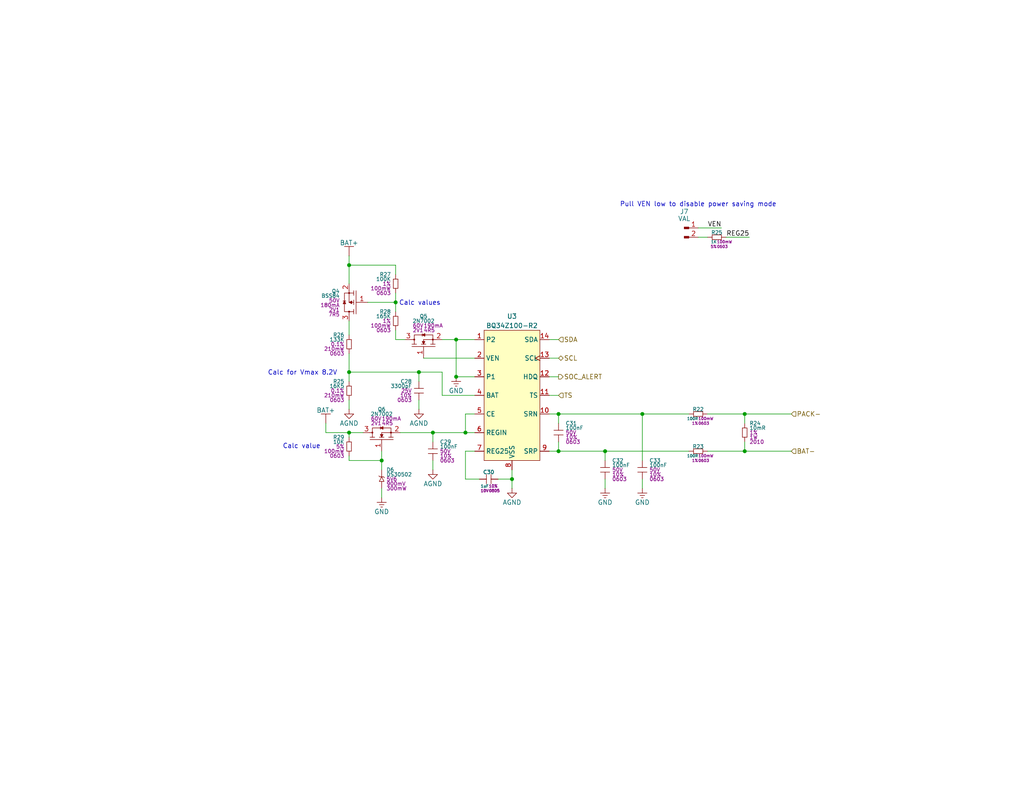
<source format=kicad_sch>
(kicad_sch (version 20231120) (generator "eeschema") (generator_version "8.0")
  (paper "USLetter")
  (title_block (title "LiFePO4 State of Charge") (date "2024-10-13") (rev "01") (comment 2 "PROTOTYPE") (comment 3 "2024"))
  (lib_symbols
    (symbol "C_2" (pin_numbers hide) (pin_names hide)
      (property "Reference" "C?" (at 1.905 2.54 0))
      (property "Value" "CAP" (at 1.905 1.27 0))
      (property "Tolerance" "TOL" (at 1.905 -1.27 0))
      (property "Voltage Rating" "VOLTAGE" (at 1.905 0 0))
      (property "Package" "PKG" (at 1.905 -2.54 0))
      (symbol "C_2_0_1"
        (polyline (pts (xy -1.27 -0.635) (xy 1.27 -0.635)))
        (polyline (pts (xy -1.27 0.635) (xy 1.27 0.635)))
      )
      (symbol "C_2_1_1"
        (pin passive line (at 0 2.54 270) (length 1.905) (name "") (number "1"))
        (pin passive line (at 0 -2.54 90) (length 1.905) (name "") (number "2"))
      )
    )
    (symbol "DS-Connectors:Conn_01x02_Pin" (pin_names hide)
      (property "Reference" "J?" (at 0 5.715 0))
      (property "Value" "VAL" (at 0 3.81 0))
      (symbol "Conn_01x02_Pin_1_0"
        (pin passive line (at 3.81 1.27 180) (length 2.54) (name "") (number "1"))
        (pin passive line (at 3.81 -1.27 180) (length 2.54) (name "") (number "2"))
      )
      (symbol "Conn_01x02_Pin_1_1"
        (rectangle (start 0 -1.016) (end 1.27 -1.524) (fill (type outline)))
        (rectangle (start 0 1.524) (end 1.27 1.016) (fill (type outline)))
      )
    )
    (symbol "DS-Passives:C_horizontal"
      (property "Reference" "C?" (at 0 1.905 0))
      (property "Value" "CAP" (at 0 -1.905 0))
      (property "Tolerace" "TOL" (at 0 -1.905 0))
      (property "Voltage Rating" "VOLT" (at 0 -3.175 0))
      (property "Package" "PKG" (at 0 -3.175 0))
      (symbol "C_horizontal_0_1"
        (polyline (pts (xy -0.635 -1.27) (xy -0.635 1.27)))
        (polyline (pts (xy 0.635 -1.27) (xy 0.635 1.27)))
      )
      (symbol "C_horizontal_1_1"
        (pin passive line (at -2.54 0 0) (length 1.905) (name "") (number "1"))
        (pin passive line (at 2.54 0 180) (length 1.905) (name "") (number "2"))
      )
    )
    (symbol "DS-Passives:D_Zener" (pin_numbers hide)
      (property "Reference" "D" (at 1.27 2.54 0))
      (property "Value" "VAL" (at 1.27 1.27 0))
      (property "Zener Voltage" "VZ" (at 1.27 0 0))
      (property "Forward Voltage" "FVOLT" (at 1.27 -1.27 0))
      (property "Power Rating" "PWR" (at 1.27 -2.54 0))
      (symbol "D_Zener_0_1"
        (polyline (pts (xy 0 0.635) (xy -0.508 0.635) (xy -0.762 0.889)))
        (polyline (pts (xy 0 0.635) (xy 0.508 0.635) (xy 0.762 0.381)))
      )
      (symbol "D_Zener_1_0"
        (pin passive line (at 0 -2.54 90) (length 1.905) (name "") (number "1"))
        (pin passive line (at 0 2.54 270) (length 1.905) (name "") (number "2"))
      )
      (symbol "D_Zener_1_1"
        (polyline (pts (xy -0.635 -0.635) (xy 0.635 -0.635) (xy 0 0.635) (xy -0.635 -0.635)) (stroke (width 0.1524)))
      )
    )
    (symbol "DS-Passives:R"
      (property "Reference" "R?" (at 1.27 2.54 0))
      (property "Value" "VAL" (at 1.27 1.27 0))
      (property "Tolerance" "TOL" (at 1.27 0 0))
      (property "Power Rating" "PWR" (at 1.27 -1.27 0))
      (property "Package" "PKG" (at 1.27 -2.54 0))
      (symbol "R_0_1"
        (polyline (pts (xy -0.635 1.27) (xy -0.635 -1.27) (xy 0.635 -1.27) (xy 0.635 1.27) (xy -0.635 1.27)))
      )
      (symbol "R_1_1"
        (pin passive line (at 0 2.54 270) (length 1.27) (name "") (number "1"))
        (pin passive line (at 0 -2.54 90) (length 1.27) (name "") (number "2"))
      )
    )
    (symbol "DS-Passives:R_horizontal"
      (property "Reference" "R?" (at 0 1.27 0))
      (property "Value" "VAL" (at 0 -1.27 0))
      (property "Tolerance" "TOL" (at 0 -2.54 0))
      (property "Power Rating" "PWR" (at 0 -1.27 0))
      (property "Package" "PKG" (at 0 -2.54 0))
      (symbol "R_horizontal_0_1"
        (polyline (pts (xy -1.27 -0.635) (xy 1.27 -0.635) (xy 1.27 0.635) (xy -1.27 0.635) (xy -1.27 -0.635)))
      )
      (symbol "R_horizontal_1_1"
        (pin passive line (at -2.54 0 0) (length 1.27) (name "") (number "1"))
        (pin passive line (at 2.54 0 180) (length 1.27) (name "") (number "2"))
      )
    )
    (symbol "DS-Power:AGND" (power) (pin_numbers hide) (pin_names (offset 0) hide)
      (property "Value" "AGND" (at 0 -3.81 0))
      (symbol "AGND_0_1"
        (polyline (pts (xy 0 0) (xy 0 -1.27) (xy 1.27 -1.27) (xy 0 -2.54) (xy -1.27 -1.27) (xy 0 -1.27)))
      )
      (symbol "AGND_1_1"
        (pin power_in line (at 0 0 270) (length 0) (name "~") (number "1"))
      )
    )
    (symbol "DS-Power:BAT+" (power) (pin_numbers hide) (pin_names (offset 0) hide)
      (property "Value" "BAT+" (at 0 3.556 0))
      (symbol "BAT+_0_1"
        (polyline (pts (xy -1.27 2.54) (xy 0 2.54)))
        (polyline (pts (xy 0 0) (xy 0 2.54)))
        (polyline (pts (xy 0 2.54) (xy 1.27 2.54)))
      )
      (symbol "BAT+_1_1"
        (pin power_in line (at 0 0 90) (length 0) (name "~") (number "1"))
      )
    )
    (symbol "DS-Power:GND" (power) (pin_numbers hide) (pin_names (offset 0) hide)
      (property "Value" "GND" (at 0 -3.81 0))
      (symbol "GND_0_1"
        (polyline (pts (xy -1.27 -1.27) (xy -1.27 -1.27)))
        (polyline (pts (xy -0.635 -1.905) (xy 0.635 -1.905)))
        (polyline (pts (xy -0.254 -2.54) (xy -0.254 -2.54)))
        (polyline (pts (xy -0.254 -2.54) (xy 0.254 -2.54)))
        (polyline (pts (xy 0 0) (xy 0 -1.27)))
        (polyline (pts (xy 1.27 -1.27) (xy -1.27 -1.27)))
      )
      (symbol "GND_1_1"
        (pin power_in line (at 0 0 270) (length 0) (name "~") (number "1"))
      )
    )
    (symbol "DS-Transistors:NMOS_GSD" (pin_names hide)
      (property "Reference" "Q" (at 0 6.35 0))
      (property "Value" "VAL" (at 0 5.08 0))
      (property "VDSS" "VDSS" (at 0 3.81 0))
      (property "VGSTH" "VGSTH" (at 0 2.54 0))
      (property "ID" "ID" (at 0 3.81 0))
      (property "RDSON" "RDSON" (at 0 2.54 0))
      (symbol "NMOS_GSD_0_1"
        (polyline (pts (xy -3.175 -1.27) (xy -1.905 -1.27)))
        (polyline (pts (xy -0.635 -1.27) (xy 0.635 -1.27)))
        (polyline (pts (xy 0 0) (xy 0 -0.508)))
        (polyline (pts (xy 1.905 -1.27) (xy 3.175 -1.27)))
        (polyline (pts (xy -2.54 -1.27) (xy -2.54 0) (xy -3.175 0)))
        (polyline (pts (xy 2.54 -1.27) (xy 2.54 0) (xy 3.175 0)))
      )
      (symbol "NMOS_GSD_1_0"
        (pin passive line (at 0 -5.08 90) (length 3.175) (name "") (number "1"))
        (pin passive line (at 5.08 0 180) (length 1.905) (name "") (number "2"))
        (pin passive line (at -5.08 0 0) (length 1.905) (name "") (number "3"))
      )
      (symbol "NMOS_GSD_1_1"
        (circle (center -2.54 0) (radius 0.1796) (fill (type outline)))
        (polyline (pts (xy -3.175 -1.905) (xy 3.175 -1.905)))
        (polyline (pts (xy -0.381 1.651) (xy -0.381 0.889)))
        (polyline (pts (xy 0 0) (xy 2.54 0)))
        (polyline (pts (xy -2.54 0) (xy -2.54 1.27) (xy -0.381 1.27)))
        (polyline (pts (xy 0.381 1.27) (xy 2.54 1.27) (xy 2.54 0)))
        (polyline (pts (xy -0.381 1.27) (xy 0.381 0.889) (xy 0.381 1.651) (xy -0.381 1.27)) (fill (type outline)))
        (polyline (pts (xy 0 -1.27) (xy 0.381 -0.508) (xy -0.381 -0.508) (xy 0 -1.27)) (fill (type outline)))
        (circle (center 2.54 0) (radius 0.1796) (fill (type outline)))
      )
    )
    (symbol "DS-Transistors:PMOS_GSD"
      (property "Reference" "Q?" (at 0 6.35 0))
      (property "Value" "VAL" (at 0 5.08 0))
      (property "VDSS" "VDSS" (at 0 3.81 0))
      (property "VGSTH" "VGSTH" (at 0 2.54 0))
      (property "ID" "ID" (at 0 3.81 0))
      (property "RDSON" "RDSON" (at 0 2.54 0))
      (symbol "PMOS_GSD_0_1"
        (polyline (pts (xy -3.175 -1.27) (xy -1.905 -1.27)))
        (polyline (pts (xy -0.635 -1.27) (xy 0.635 -1.27)))
        (polyline (pts (xy 0 -0.635) (xy 0 -1.27)))
        (polyline (pts (xy 1.905 -1.27) (xy 3.175 -1.27)))
        (polyline (pts (xy -2.54 -1.27) (xy -2.54 0) (xy -3.175 0)))
        (polyline (pts (xy 2.54 -1.27) (xy 2.54 0) (xy 3.175 0)))
      )
      (symbol "PMOS_GSD_1_0"
        (pin passive line (at 0 -5.08 90) (length 3.175) (name "") (number "1"))
        (pin passive line (at 5.08 0 180) (length 1.905) (name "") (number "2"))
        (pin passive line (at -5.08 0 0) (length 1.905) (name "") (number "3"))
      )
      (symbol "PMOS_GSD_1_1"
        (circle (center -2.54 0) (radius 0.1796) (fill (type outline)))
        (polyline (pts (xy -3.175 -1.905) (xy 3.175 -1.905)))
        (polyline (pts (xy 0 0) (xy 2.54 0)))
        (polyline (pts (xy 0.381 1.651) (xy 0.381 0.889)))
        (polyline (pts (xy -2.54 0) (xy -2.54 1.27) (xy -0.381 1.27)))
        (polyline (pts (xy 0.381 1.27) (xy 2.54 1.27) (xy 2.54 0)))
        (polyline (pts (xy 0 0) (xy -0.381 -0.762) (xy 0.381 -0.762) (xy 0 0)) (fill (type outline)))
        (polyline (pts (xy 0.381 1.27) (xy -0.381 1.651) (xy -0.381 0.889) (xy 0.381 1.27)) (fill (type outline)))
        (circle (center 2.54 0) (radius 0.1796) (fill (type outline)))
      )
    )
    (symbol "DSE-PMIC:BQ34Z100-R2"
      (property "Reference" "U" (at 0 21.59 0))
      (property "Value" "BQ34Z100-R2" (at 0 19.05 0))
      (symbol "BQ34Z100-R2_0_0"
        (pin output line (at -10.16 15.24 0) (length 2.54) (name "P2") (number "1"))
        (pin input line (at 10.16 -5.08 180) (length 2.54) (name "SRN") (number "10"))
        (pin output line (at -10.16 10.16 0) (length 2.54) (name "VEN") (number "2"))
        (pin output line (at -10.16 5.08 0) (length 2.54) (name "P1") (number "3"))
        (pin input line (at -10.16 0 0) (length 2.54) (name "BAT") (number "4"))
        (pin input line (at -10.16 -5.08 0) (length 2.54) (name "CE") (number "5"))
        (pin power_in line (at -10.16 -10.16 0) (length 2.54) (name "REGIN") (number "6"))
        (pin power_out line (at -10.16 -15.24 0) (length 2.54) (name "REG25") (number "7"))
        (pin passive line (at 0 -20.32 90) (length 2.54) (name "VSS") (number "8"))
        (pin input line (at 10.16 -15.24 180) (length 2.54) (name "SRP") (number "9"))
      )
      (symbol "BQ34Z100-R2_1_0"
        (pin input line (at 10.16 0 180) (length 2.54) (name "TS") (number "11"))
        (pin bidirectional line (at 10.16 5.08 180) (length 2.54) (name "HDQ") (number "12"))
        (pin input clock (at 10.16 10.16 180) (length 2.54) (name "SCL") (number "13"))
        (pin bidirectional line (at 10.16 15.24 180) (length 2.54) (name "SDA") (number "14"))
      )
      (symbol "BQ34Z100-R2_1_1"
        (rectangle (start -7.62 17.78) (end 7.62 -17.78) (fill (type background)))
      )
    )
    (symbol "DSE-Passives:R"
      (property "Reference" "R?" (at 1.27 2.54 0))
      (property "Value" "VAL" (at 1.27 1.27 0))
      (property "Tolerance" "TOL" (at 1.27 0 0))
      (property "Power Rating" "PWR" (at 1.27 -1.27 0))
      (property "Package" "PKG" (at 1.27 -2.54 0))
      (symbol "R_0_1"
        (polyline (pts (xy -0.635 1.27) (xy -0.635 -1.27) (xy 0.635 -1.27) (xy 0.635 1.27) (xy -0.635 1.27)))
      )
      (symbol "R_1_1"
        (pin passive line (at 0 2.54 270) (length 1.27) (name "") (number "1"))
        (pin passive line (at 0 -2.54 90) (length 1.27) (name "") (number "2"))
      )
    )
  )
  (junction (at 127 118.11))
  (junction (at 124.46 92.71))
  (junction (at 124.46 102.87))
  (junction (at 203.2 123.19))
  (junction (at 107.95 82.55))
  (junction (at 95.25 101.6))
  (junction (at 152.4 123.19))
  (junction (at 139.7 130.81))
  (junction (at 165.1 123.19))
  (junction (at 95.25 118.11))
  (junction (at 95.25 72.39))
  (junction (at 104.14 125.73))
  (junction (at 118.11 118.11))
  (junction (at 152.4 113.03))
  (junction (at 114.3 101.6))
  (junction (at 203.2 113.03))
  (junction (at 175.26 113.03))
  (wire (pts (xy 107.95 80.01) (xy 107.95 82.55)))
  (wire (pts (xy 107.95 72.39) (xy 95.25 72.39)))
  (wire (pts (xy 124.46 92.71) (xy 124.46 102.87)))
  (wire (pts (xy 152.4 113.03) (xy 175.26 113.03)))
  (wire (pts (xy 127 118.11) (xy 129.54 118.11)))
  (wire (pts (xy 203.2 123.19) (xy 215.9 123.19)))
  (wire (pts (xy 129.54 97.79) (xy 115.57 97.79)))
  (wire (pts (xy 104.14 133.35) (xy 104.14 135.89)))
  (wire (pts (xy 120.65 107.95) (xy 120.65 101.6)))
  (wire (pts (xy 193.04 123.19) (xy 203.2 123.19)))
  (wire (pts (xy 95.25 124.46) (xy 95.25 125.73)))
  (wire (pts (xy 203.2 115.57) (xy 203.2 113.03)))
  (wire (pts (xy 95.25 118.11) (xy 95.25 119.38)))
  (wire (pts (xy 149.86 123.19) (xy 152.4 123.19)))
  (wire (pts (xy 114.3 101.6) (xy 120.65 101.6)))
  (wire (pts (xy 104.14 123.19) (xy 104.14 125.73)))
  (wire (pts (xy 175.26 113.03) (xy 175.26 125.73)))
  (wire (pts (xy 109.22 118.11) (xy 118.11 118.11)))
  (wire (pts (xy 198.12 64.77) (xy 204.47 64.77)))
  (wire (pts (xy 175.26 113.03) (xy 187.96 113.03)))
  (wire (pts (xy 104.14 125.73) (xy 104.14 128.27)))
  (wire (pts (xy 127 123.19) (xy 127 130.81)))
  (wire (pts (xy 95.25 109.22) (xy 95.25 111.76)))
  (wire (pts (xy 88.9 118.11) (xy 95.25 118.11)))
  (wire (pts (xy 149.86 107.95) (xy 152.4 107.95)))
  (wire (pts (xy 95.25 87.63) (xy 95.25 91.44)))
  (wire (pts (xy 95.25 72.39) (xy 95.25 77.47)))
  (wire (pts (xy 95.25 69.85) (xy 95.25 72.39)))
  (wire (pts (xy 152.4 123.19) (xy 165.1 123.19)))
  (wire (pts (xy 129.54 107.95) (xy 120.65 107.95)))
  (wire (pts (xy 149.86 102.87) (xy 152.4 102.87)))
  (wire (pts (xy 129.54 123.19) (xy 127 123.19)))
  (wire (pts (xy 152.4 115.57) (xy 152.4 113.03)))
  (wire (pts (xy 118.11 125.73) (xy 118.11 128.27)))
  (wire (pts (xy 100.33 82.55) (xy 107.95 82.55)))
  (wire (pts (xy 152.4 123.19) (xy 152.4 120.65)))
  (wire (pts (xy 118.11 118.11) (xy 118.11 120.65)))
  (wire (pts (xy 124.46 102.87) (xy 129.54 102.87)))
  (wire (pts (xy 165.1 123.19) (xy 165.1 125.73)))
  (wire (pts (xy 88.9 115.57) (xy 88.9 118.11)))
  (wire (pts (xy 107.95 74.93) (xy 107.95 72.39)))
  (wire (pts (xy 95.25 101.6) (xy 114.3 101.6)))
  (wire (pts (xy 118.11 118.11) (xy 127 118.11)))
  (wire (pts (xy 193.04 113.03) (xy 203.2 113.03)))
  (wire (pts (xy 203.2 123.19) (xy 203.2 120.65)))
  (wire (pts (xy 99.06 118.11) (xy 95.25 118.11)))
  (wire (pts (xy 95.25 96.52) (xy 95.25 101.6)))
  (wire (pts (xy 127 130.81) (xy 130.81 130.81)))
  (wire (pts (xy 135.89 130.81) (xy 139.7 130.81)))
  (wire (pts (xy 139.7 130.81) (xy 139.7 133.35)))
  (wire (pts (xy 129.54 113.03) (xy 127 113.03)))
  (wire (pts (xy 149.86 113.03) (xy 152.4 113.03)))
  (wire (pts (xy 203.2 113.03) (xy 215.9 113.03)))
  (wire (pts (xy 124.46 92.71) (xy 120.65 92.71)))
  (wire (pts (xy 149.86 92.71) (xy 152.4 92.71)))
  (wire (pts (xy 107.95 82.55) (xy 107.95 85.09)))
  (wire (pts (xy 127 113.03) (xy 127 118.11)))
  (wire (pts (xy 190.5 62.23) (xy 196.85 62.23)))
  (wire (pts (xy 175.26 133.35) (xy 175.26 130.81)))
  (wire (pts (xy 95.25 125.73) (xy 104.14 125.73)))
  (wire (pts (xy 107.95 90.17) (xy 107.95 92.71)))
  (wire (pts (xy 190.5 64.77) (xy 193.04 64.77)))
  (wire (pts (xy 165.1 123.19) (xy 187.96 123.19)))
  (wire (pts (xy 107.95 92.71) (xy 110.49 92.71)))
  (wire (pts (xy 149.86 97.79) (xy 152.4 97.79)))
  (wire (pts (xy 165.1 130.81) (xy 165.1 133.35)))
  (wire (pts (xy 114.3 101.6) (xy 114.3 104.14)))
  (wire (pts (xy 114.3 109.22) (xy 114.3 111.76)))
  (wire (pts (xy 139.7 128.27) (xy 139.7 130.81)))
  (wire (pts (xy 95.25 101.6) (xy 95.25 104.14)))
  (wire (pts (xy 129.54 92.71) (xy 124.46 92.71)))
  (text "Calc for Vmax 8.2V" (at 82.55 101.854 0) (effects (font (size 1.27 1.27))))
  (text "Calc values" (at 114.554 82.804 0) (effects (font (size 1.27 1.27))))
  (text "Calc value" (at 82.296 121.92 0) (effects (font (size 1.27 1.27))))
  (text "Pull VEN low to disable power saving mode" (at 190.5 55.88 0) (effects (font (size 1.27 1.27))))
  (label "REG25" (at 204.47 64.77 180))
  (label "VEN" (at 196.85 62.23 180))
  (hierarchical_label "SDA" (shape input) (at 152.4 92.71 0))
  (hierarchical_label "SOC_ALERT" (shape output) (at 152.4 102.87 0))
  (hierarchical_label "SCL" (shape bidirectional) (at 152.4 97.79 0))
  (hierarchical_label "PACK-" (shape input) (at 215.9 113.03 0))
  (hierarchical_label "TS" (shape input) (at 152.4 107.95 0))
  (hierarchical_label "BAT-" (shape input) (at 215.9 123.19 0))
  (symbol (lib_id "DSE-Passives:R") (at 203.2 118.11 0) (unit 1)
    (property "Reference" "R24" (at 204.47 115.57 0) (effects (font (size 1.016 1.016)) (justify left)))
    (property "Value" "10mR" (at 204.47 116.84 0) (effects (font (size 1.016 1.016)) (justify left)))
    (property "Footprint" "DS-Resistors-SMD:WSLHP2010" (effects (hide yes)))
    (property "Datasheet" "datasheets/Vishay-Dale-WSL-HP.pdf" (effects (hide yes)))
    (property "Description" "RES 0.01 OHM 1% 1W 2010" (effects (hide yes)))
    (property "Manufacturer" "Vishay Dale" (effects (hide yes)))
    (property "MPN" "WSL2010R0100FEA18" (effects (hide yes)))
    (property "DKPN" "WSLF-.01CT-ND" (effects (hide yes)))
    (property "Tolerance" "1%" (at 204.47 118.11 0) (effects (font (size 1.016 1.016)) (justify left)))
    (property "Power Rating" "1W" (at 204.47 119.38 0) (effects (font (size 1.016 1.016)) (justify left)))
    (property "Package" "2010" (at 204.47 120.65 0) (effects (font (size 1.016 1.016)) (justify left)))
  )
  (symbol (lib_id "DSE-Passives:R") (at 107.95 87.63 0) (mirror y) (unit 1)
    (property "Reference" "R28" (at 106.68 85.09 0) (effects (font (size 1.016 1.016)) (justify left)))
    (property "Value" "165K" (at 106.68 86.36 0) (effects (font (size 1.016 1.016)) (justify left)))
    (property "Footprint" "DS-Resistors-SMD:CRCW0603" (effects (hide yes)))
    (property "Datasheet" "datasheets/Vishay-Dale-DRCWe3.pdf" (effects (hide yes)))
    (property "Description" "RES SMD 165K OHM 1% 1/10W 0603" (effects (hide yes)))
    (property "Manufacturer" "Vishay Dale" (effects (hide yes)))
    (property "MPN" "CRCW0603165KFKEA" (effects (hide yes)))
    (property "DKPN" "541-165KHCT-ND" (effects (hide yes)))
    (property "Tolerance" "1%" (at 106.68 87.63 0) (effects (font (size 1.016 1.016)) (justify left)))
    (property "Power Rating" "100mW" (at 106.68 88.9 0) (effects (font (size 1.016 1.016)) (justify left)))
    (property "Package" "0603" (at 106.68 90.17 0) (effects (font (size 1.016 1.016)) (justify left)))
  )
  (symbol (lib_id "DS-Transistors:NMOS_GSD") (at 104.14 118.11 0) (unit 1)
    (property "Reference" "Q6" (at 104.14 111.76 0) (effects (font (size 1.016 1.016))))
    (property "Value" "2N7002" (at 104.14 113.03 0) (effects (font (size 1.016 1.016))))
    (property "Datasheet" "datasheets/Nexperia-2N7002NXAK.pdf" (effects (hide yes)))
    (property "Description" "MOSFET N-CH 60V 190MA TO236AB" (effects (hide yes)))
    (property "Manufacturer" "Nexperia USA Inc." (effects (hide yes)))
    (property "MPN" "2N7002NXAKR" (effects (hide yes)))
    (property "DKPN" "1727-8643-1-ND" (effects (hide yes)))
    (property "VDSS" "60V" (at 104.14 114.3 0) (effects (font (size 1.016 1.016)) (justify right)))
    (property "VGSTH" "2V1" (at 104.14 115.57 0) (effects (font (size 1.016 1.016)) (justify right)))
    (property "ID" "190mA" (at 104.14 114.3 0) (effects (font (size 1.016 1.016)) (justify left)))
    (property "RDSON" "4R5" (at 104.14 115.57 0) (effects (font (size 1.016 1.016)) (justify left)))
  )
  (symbol (lib_id "DS-Power:GND") (at 175.26 133.35 0) (unit 1)
    (property "Reference" "#PWR029" (effects (hide yes)))
    (property "Value" "GND" (at 175.26 137.16 0))
  )
  (symbol (lib_name "C_2") (lib_id "DS-Passives:C") (at 165.1 128.27 0) (unit 1)
    (property "Reference" "C32" (at 167.005 125.73 0) (effects (font (size 1.016 1.016)) (justify left)))
    (property "Value" "100nF" (at 167.005 127 0) (effects (font (size 1.016 1.016)) (justify left)))
    (property "Footprint" "DS-Capacitors-SMD:MLCC0603" (effects (hide yes)))
    (property "Datasheet" "datasheets/Kyocera-AVX-MLCCKAM.pdf" (effects (hide yes)))
    (property "Description" "Ceramic capacitor symbol" (effects (hide yes)))
    (property "Manufacturer" "KYOCERA AVX" (effects (hide yes)))
    (property "MPN" "06035C104K4T4A" (effects (hide yes)))
    (property "DKPN" "478-KAM15AR71H104KMCT-ND" (effects (hide yes)))
    (property "Tolerance" "10%" (at 167.005 129.54 0) (effects (font (size 1.016 1.016)) (justify left)))
    (property "Voltage Rating" "50V" (at 167.005 128.27 0) (effects (font (size 1.016 1.016)) (justify left)))
    (property "Package" "0603" (at 167.005 130.81 0) (effects (font (size 1.016 1.016)) (justify left)))
  )
  (symbol (lib_id "DS-Passives:R_horizontal") (at 195.58 64.77 0) (unit 1)
    (property "Reference" "R25" (at 195.58 63.5 0) (effects (font (size 1.016 1.016))))
    (property "Value" "1K" (at 195.58 66.04 0) (effects (font (size 0.762 0.762)) (justify right)))
    (property "Footprint" "DS-Resistors-SMD:CRCW0603" (effects (hide yes)))
    (property "Datasheet" "datasheets/Vishay-Dale-DRCWe3.pdf" (effects (hide yes)))
    (property "Description" "RES SMD 1K OHM 5% 1/10W 0603" (effects (hide yes)))
    (property "Manufacturer" "Vishay Dale" (effects (hide yes)))
    (property "MPN" "CRCW06031K00JNEA" (effects (hide yes)))
    (property "DKPN" "541-1.0KGCT-ND" (effects (hide yes)))
    (property "Tolerance" "5%" (at 195.58 67.31 0) (effects (font (size 0.762 0.762)) (justify right)))
    (property "Power Rating" "100mW" (at 195.58 66.04 0) (effects (font (size 0.762 0.762)) (justify left)))
    (property "Package" "0603" (at 195.58 67.31 0) (effects (font (size 0.762 0.762)) (justify left)))
  )
  (symbol (lib_id "DS-Power:AGND") (at 118.11 128.27 0) (unit 1)
    (property "Reference" "#PWR027" (effects (hide yes)))
    (property "Value" "AGND" (at 118.11 132.08 0))
  )
  (symbol (lib_id "DS-Passives:R") (at 107.95 77.47 0) (mirror y) (unit 1)
    (property "Reference" "R27" (at 106.68 74.93 0) (effects (font (size 1.016 1.016)) (justify left)))
    (property "Value" "100K" (at 106.68 76.2 0) (effects (font (size 1.016 1.016)) (justify left)))
    (property "Footprint" "DS-Resistors-SMD:CRCW0603" (effects (hide yes)))
    (property "Datasheet" "datasheets/Vishay-Dale-DRCWe3.pdf" (effects (hide yes)))
    (property "Description" "RES SMD 100K OHM 1% 1/10W 0603" (effects (hide yes)))
    (property "Manufacturer" "Vishay Dale" (effects (hide yes)))
    (property "MPN" "CRCW0603100KFKEA" (effects (hide yes)))
    (property "DKPN" "541-100KHCT-ND" (effects (hide yes)))
    (property "Tolerance" "1%" (at 106.68 77.47 0) (effects (font (size 1.016 1.016)) (justify left)))
    (property "Power Rating" "100mW" (at 106.68 78.74 0) (effects (font (size 1.016 1.016)) (justify left)))
    (property "Package" "0603" (at 106.68 80.01 0) (effects (font (size 1.016 1.016)) (justify left)))
  )
  (symbol (lib_id "DSE-Passives:R") (at 95.25 93.98 0) (mirror y) (unit 1)
    (property "Reference" "R26" (at 93.98 91.44 0) (effects (font (size 1.016 1.016)) (justify left)))
    (property "Value" "133K" (at 93.98 92.71 0) (effects (font (size 1.016 1.016)) (justify left)))
    (property "Footprint" "DS-Resistors-SMD:CRCW0603" (effects (hide yes)))
    (property "Datasheet" "datasheets/Vishay-Dale-TNPW_e3.pdf" (effects (hide yes)))
    (property "Description" "RES 133K OHM 0.1% 0.21W 0603" (effects (hide yes)))
    (property "Manufacturer" "Vishay Dale" (effects (hide yes)))
    (property "MPN" "TNPW0603133KBEEA" (effects (hide yes)))
    (property "DKPN" "541-TNPW0603133KBEEACT-ND" (effects (hide yes)))
    (property "Tolerance" "0.1%" (at 93.98 93.98 0) (effects (font (size 1.016 1.016)) (justify left)))
    (property "Power Rating" "210mW" (at 93.98 95.25 0) (effects (font (size 1.016 1.016)) (justify left)))
    (property "Package" "0603" (at 93.98 96.52 0) (effects (font (size 1.016 1.016)) (justify left)))
  )
  (symbol (lib_id "DS-Power:GND") (at 124.46 102.87 0) (unit 1)
    (property "Reference" "#PWR023" (effects (hide yes)))
    (property "Value" "GND" (at 124.46 106.68 0))
  )
  (symbol (lib_name "C_2") (lib_id "DS-Passives:C") (at 152.4 118.11 0) (unit 1)
    (property "Reference" "C31" (at 154.305 115.57 0) (effects (font (size 1.016 1.016)) (justify left)))
    (property "Value" "100nF" (at 154.305 116.84 0) (effects (font (size 1.016 1.016)) (justify left)))
    (property "Footprint" "DS-Capacitors-SMD:MLCC0603" (effects (hide yes)))
    (property "Datasheet" "datasheets/Kyocera-AVX-MLCCKAM.pdf" (effects (hide yes)))
    (property "Description" "Ceramic capacitor symbol" (effects (hide yes)))
    (property "Manufacturer" "KYOCERA AVX" (effects (hide yes)))
    (property "MPN" "06035C104K4T4A" (effects (hide yes)))
    (property "DKPN" "478-KAM15AR71H104KMCT-ND" (effects (hide yes)))
    (property "Tolerance" "10%" (at 154.305 119.38 0) (effects (font (size 1.016 1.016)) (justify left)))
    (property "Voltage Rating" "50V" (at 154.305 118.11 0) (effects (font (size 1.016 1.016)) (justify left)))
    (property "Package" "0603" (at 154.305 120.65 0) (effects (font (size 1.016 1.016)) (justify left)))
  )
  (symbol (lib_name "C_2") (lib_id "DS-Passives:C") (at 118.11 123.19 0) (unit 1)
    (property "Reference" "C29" (at 120.015 120.65 0) (effects (font (size 1.016 1.016)) (justify left)))
    (property "Value" "100nF" (at 120.015 121.92 0) (effects (font (size 1.016 1.016)) (justify left)))
    (property "Footprint" "DS-Capacitors-SMD:MLCC0603" (effects (hide yes)))
    (property "Datasheet" "datasheets/Kyocera-AVX-MLCCKAM.pdf" (effects (hide yes)))
    (property "Description" "Ceramic capacitor symbol" (effects (hide yes)))
    (property "Manufacturer" "KYOCERA AVX" (effects (hide yes)))
    (property "MPN" "06035C104K4T4A" (effects (hide yes)))
    (property "DKPN" "478-KAM15AR71H104KMCT-ND" (effects (hide yes)))
    (property "Tolerance" "10%" (at 120.015 124.46 0) (effects (font (size 1.016 1.016)) (justify left)))
    (property "Voltage Rating" "50V" (at 120.015 123.19 0) (effects (font (size 1.016 1.016)) (justify left)))
    (property "Package" "0603" (at 120.015 125.73 0) (effects (font (size 1.016 1.016)) (justify left)))
  )
  (symbol (lib_id "DS-Connectors:Conn_01x02_Pin") (at 186.69 63.5 0) (unit 1)
    (property "Reference" "J7" (at 186.69 57.785 0))
    (property "Value" "VAL" (at 186.69 59.69 0))
  )
  (symbol (lib_id "DS-Power:BAT+") (at 88.9 115.57 0) (unit 1)
    (property "Reference" "#PWR09" (effects (hide yes)))
    (property "Value" "BAT+" (at 88.9 112.014 0))
  )
  (symbol (lib_name "C_2") (lib_id "DS-Passives:C") (at 175.26 128.27 0) (unit 1)
    (property "Reference" "C33" (at 177.165 125.73 0) (effects (font (size 1.016 1.016)) (justify left)))
    (property "Value" "100nF" (at 177.165 127 0) (effects (font (size 1.016 1.016)) (justify left)))
    (property "Footprint" "DS-Capacitors-SMD:MLCC0603" (effects (hide yes)))
    (property "Datasheet" "datasheets/Kyocera-AVX-MLCCKAM.pdf" (effects (hide yes)))
    (property "Description" "Ceramic capacitor symbol" (effects (hide yes)))
    (property "Manufacturer" "KYOCERA AVX" (effects (hide yes)))
    (property "MPN" "06035C104K4T4A" (effects (hide yes)))
    (property "DKPN" "478-KAM15AR71H104KMCT-ND" (effects (hide yes)))
    (property "Tolerance" "10%" (at 177.165 129.54 0) (effects (font (size 1.016 1.016)) (justify left)))
    (property "Voltage Rating" "50V" (at 177.165 128.27 0) (effects (font (size 1.016 1.016)) (justify left)))
    (property "Package" "0603" (at 177.165 130.81 0) (effects (font (size 1.016 1.016)) (justify left)))
  )
  (symbol (lib_id "DS-Passives:R_horizontal") (at 190.5 113.03 0) (unit 1)
    (property "Reference" "R22" (at 190.5 111.76 0) (effects (font (size 1.016 1.016))))
    (property "Value" "100R" (at 190.5 114.3 0) (effects (font (size 0.762 0.762)) (justify right)))
    (property "Footprint" "DS-Resistors-SMD:CRCW0603" (effects (hide yes)))
    (property "Datasheet" "datasheets/Vishay-Dale-DRCWe3.pdf" (effects (hide yes)))
    (property "Description" "RES SMD 100 OHM 1% 1/10W 0603" (effects (hide yes)))
    (property "Manufacturer" "Vishay Dale" (effects (hide yes)))
    (property "MPN" "CRCW0603100RFKEA" (effects (hide yes)))
    (property "DKPN" "541-100HCT-ND" (effects (hide yes)))
    (property "Tolerance" "1%" (at 190.5 115.57 0) (effects (font (size 0.762 0.762)) (justify right)))
    (property "Power Rating" "100mW" (at 190.5 114.3 0) (effects (font (size 0.762 0.762)) (justify left)))
    (property "Package" "0603" (at 190.5 115.57 0) (effects (font (size 0.762 0.762)) (justify left)))
  )
  (symbol (lib_id "DS-Passives:D_Zener") (at 104.14 130.81 0) (unit 1)
    (property "Reference" "D6" (at 105.41 128.27 0) (effects (font (size 1.016 1.016)) (justify left)))
    (property "Value" "DS30502" (at 105.41 129.54 0) (effects (font (size 1.016 1.016)) (justify left)))
    (property "Datasheet" "datasheets/Diodes-Incorporated-DS30502.pdf" (effects (hide yes)))
    (property "Description" "DIODE ZENER 5.6V 300MW SOD523" (effects (hide yes)))
    (property "Manufacturer" "Diodes Incorporated" (effects (hide yes)))
    (property "MPN" "BZT52C5V6T-7" (effects (hide yes)))
    (property "DKPN" "BZT52C5V6TDICT-ND" (effects (hide yes)))
    (property "Zener Voltage" "5V6" (at 105.41 130.81 0) (effects (font (size 1.016 1.016)) (justify left)))
    (property "Forward Voltage" "900mV" (at 105.41 132.08 0) (effects (font (size 1.016 1.016)) (justify left)))
    (property "Power Rating" "300mW" (at 105.41 133.35 0) (effects (font (size 1.016 1.016)) (justify left)))
  )
  (symbol (lib_id "DS-Power:AGND") (at 139.7 133.35 0) (unit 1)
    (property "Reference" "#PWR030" (effects (hide yes)))
    (property "Value" "AGND" (at 139.7 137.16 0))
  )
  (symbol (lib_name "C_2") (lib_id "DS-Passives:C") (at 114.3 106.68 0) (mirror y) (unit 1)
    (property "Reference" "C28" (at 112.395 104.14 0) (effects (font (size 1.016 1.016)) (justify left)))
    (property "Value" "3300pF" (at 112.395 105.41 0) (effects (font (size 1.016 1.016)) (justify left)))
    (property "Footprint" "DS-Capacitors-SMD:MLCC0603" (effects (hide yes)))
    (property "Datasheet" "datasheets/Kyocera-AVX-MLCCKAM.pdf" (effects (hide yes)))
    (property "Description" "CAP CER 3300PF 25V X7R 0603" (effects (hide yes)))
    (property "Manufacturer" "KYOCERA AVX" (effects (hide yes)))
    (property "MPN" "KGM15AR71E332KT" (effects (hide yes)))
    (property "DKPN" "478-KGM15AR71E332KTCT-ND" (effects (hide yes)))
    (property "Tolerance" "10%" (at 112.395 107.95 0) (effects (font (size 1.016 1.016)) (justify left)))
    (property "Voltage Rating" "25V" (at 112.395 106.68 0) (effects (font (size 1.016 1.016)) (justify left)))
    (property "Package" "0603" (at 112.395 109.22 0) (effects (font (size 1.016 1.016)) (justify left)))
  )
  (symbol (lib_id "DS-Power:AGND") (at 95.25 111.76 0) (unit 1)
    (property "Reference" "#PWR025" (effects (hide yes)))
    (property "Value" "AGND" (at 95.25 115.57 0))
  )
  (symbol (lib_id "DS-Power:GND") (at 104.14 135.89 0) (unit 1)
    (property "Reference" "#PWR026" (effects (hide yes)))
    (property "Value" "GND" (at 104.14 139.7 0))
  )
  (symbol (lib_id "DS-Passives:R") (at 95.25 121.92 0) (mirror y) (unit 1)
    (property "Reference" "R29" (at 93.98 119.38 0) (effects (font (size 1.016 1.016)) (justify left)))
    (property "Value" "10K" (at 93.98 120.65 0) (effects (font (size 1.016 1.016)) (justify left)))
    (property "Footprint" "DS-Resistors-SMD:CRCW0603" (effects (hide yes)))
    (property "Datasheet" "datasheets/Vishay-Dale-DRCWe3.pdf" (effects (hide yes)))
    (property "Description" "RES SMD 10K OHM 5% 1/10W 0603" (effects (hide yes)))
    (property "Manufacturer" "Vishay Dale" (effects (hide yes)))
    (property "MPN" "CRCW060310K0JNEA" (effects (hide yes)))
    (property "DKPN" "541-10KGCT-ND" (effects (hide yes)))
    (property "Tolerance" "5%" (at 93.98 121.92 0) (effects (font (size 1.016 1.016)) (justify left)))
    (property "Power Rating" "100mW" (at 93.98 123.19 0) (effects (font (size 1.016 1.016)) (justify left)))
    (property "Package" "0603" (at 93.98 124.46 0) (effects (font (size 1.016 1.016)) (justify left)))
  )
  (symbol (lib_id "DS-Transistors:NMOS_GSD") (at 115.57 92.71 0) (unit 1)
    (property "Reference" "Q5" (at 115.57 86.36 0) (effects (font (size 1.016 1.016))))
    (property "Value" "2N7002" (at 115.57 87.63 0) (effects (font (size 1.016 1.016))))
    (property "Datasheet" "datasheets/Nexperia-2N7002NXAK.pdf" (effects (hide yes)))
    (property "Description" "MOSFET N-CH 60V 190MA TO236AB" (effects (hide yes)))
    (property "Manufacturer" "Nexperia USA Inc." (effects (hide yes)))
    (property "MPN" "2N7002NXAKR" (effects (hide yes)))
    (property "DKPN" "1727-8643-1-ND" (effects (hide yes)))
    (property "VDSS" "60V" (at 115.57 88.9 0) (effects (font (size 1.016 1.016)) (justify right)))
    (property "VGSTH" "2V1" (at 115.57 90.17 0) (effects (font (size 1.016 1.016)) (justify right)))
    (property "ID" "190mA" (at 115.57 88.9 0) (effects (font (size 1.016 1.016)) (justify left)))
    (property "RDSON" "4R5" (at 115.57 90.17 0) (effects (font (size 1.016 1.016)) (justify left)))
  )
  (symbol (lib_id "DS-Power:BAT+") (at 95.25 69.85 0) (unit 1)
    (property "Reference" "#PWR08" (effects (hide yes)))
    (property "Value" "BAT+" (at 95.25 66.294 0))
  )
  (symbol (lib_id "DS-Passives:R_horizontal") (at 190.5 123.19 0) (unit 1)
    (property "Reference" "R23" (at 190.5 121.92 0) (effects (font (size 1.016 1.016))))
    (property "Value" "100R" (at 190.5 124.46 0) (effects (font (size 0.762 0.762)) (justify right)))
    (property "Footprint" "DS-Resistors-SMD:CRCW0603" (effects (hide yes)))
    (property "Datasheet" "datasheets/Vishay-Dale-DRCWe3.pdf" (effects (hide yes)))
    (property "Description" "RES SMD 100 OHM 1% 1/10W 0603" (effects (hide yes)))
    (property "Manufacturer" "Vishay Dale" (effects (hide yes)))
    (property "MPN" "CRCW0603100RFKEA" (effects (hide yes)))
    (property "DKPN" "541-100HCT-ND" (effects (hide yes)))
    (property "Tolerance" "1%" (at 190.5 125.73 0) (effects (font (size 0.762 0.762)) (justify right)))
    (property "Power Rating" "100mW" (at 190.5 124.46 0) (effects (font (size 0.762 0.762)) (justify left)))
    (property "Package" "0603" (at 190.5 125.73 0) (effects (font (size 0.762 0.762)) (justify left)))
  )
  (symbol (lib_id "DS-Transistors:PMOS_GSD") (at 95.25 82.55 90) (unit 1)
    (property "Reference" "Q4" (at 92.71 79.502 90) (effects (font (size 1.016 1.016)) (justify left)))
    (property "Value" "BSS84" (at 92.71 80.772 90) (effects (font (size 1.016 1.016)) (justify left)))
    (property "Datasheet" "datasheets/Nexperia-BSS84AK.pdf" (effects (hide yes)))
    (property "Description" "MOSFET P-CH 50V 180MA TO236AB" (effects (hide yes)))
    (property "Manufacturer" "Nexperia USA Inc." (effects (hide yes)))
    (property "MPN" "BSS84AKVL" (effects (hide yes)))
    (property "DKPN" "1727-BSS84AKVLCT-ND" (effects (hide yes)))
    (property "VDSS" "50V" (at 92.71 82.042 90) (effects (font (size 1.016 1.016)) (justify left)))
    (property "VGSTH" "2V1" (at 92.71 84.582 90) (effects (font (size 1.016 1.016)) (justify left)))
    (property "ID" "180mA" (at 92.71 83.312 90) (effects (font (size 1.016 1.016)) (justify left)))
    (property "RDSON" "7R5" (at 92.71 85.852 90) (effects (font (size 1.016 1.016)) (justify left)))
  )
  (symbol (lib_id "DSE-PMIC:BQ34Z100-R2") (at 139.7 107.95 0) (unit 1)
    (property "Reference" "U3" (at 139.7 86.36 0))
    (property "Value" "BQ34Z100-R2" (at 139.7 88.9 0))
    (property "Datasheet" "datasheets/Texas-Instruments-BQ34Z100-R2" (effects (hide yes)))
    (property "Description" "Battery Fuel Gauge IC Multi-Chemistry 14-TSSOP" (effects (hide yes)))
    (property "Manufacturer" "Texas Instruments" (effects (hide yes)))
    (property "MPN" "BQ34Z100PWR-R2" (effects (hide yes)))
    (property "DKPN" "296-BQ34Z100PWR-R2CT-ND" (effects (hide yes)))
  )
  (symbol (lib_id "DS-Power:GND") (at 165.1 133.35 0) (unit 1)
    (property "Reference" "#PWR028" (effects (hide yes)))
    (property "Value" "GND" (at 165.1 137.16 0))
  )
  (symbol (lib_id "DS-Power:AGND") (at 114.3 111.76 0) (unit 1)
    (property "Reference" "#PWR024" (effects (hide yes)))
    (property "Value" "AGND" (at 114.3 115.57 0))
  )
  (symbol (lib_id "DS-Passives:C_horizontal") (at 133.35 130.81 0) (unit 1)
    (property "Reference" "C30" (at 133.35 128.905 0) (effects (font (size 1.016 1.016))))
    (property "Value" "1uF" (at 133.35 132.715 0) (effects (font (size 0.762 0.762)) (justify right)))
    (property "Footprint" "DS-Capacitors-SMD:MLCC0805" (effects (hide yes)))
    (property "Datasheet" "datasheets/Kyocera-AVX-MLCCKAM.pdf" (effects (hide yes)))
    (property "Description" "CAP CER 1UF 10V X7R 0805" (effects (hide yes)))
    (property "Manufacturer" "KYOCERA AVX" (effects (hide yes)))
    (property "MPN" "0805ZC105KAT2A" (effects (hide yes)))
    (property "DKPN" "478-KGM21AR71A105KUCT-ND" (effects (hide yes)))
    (property "Tolerace" "10%" (at 133.35 132.715 0) (effects (font (size 0.762 0.762)) (justify left)))
    (property "Voltage Rating" "10V" (at 133.35 133.985 0) (effects (font (size 0.762 0.762)) (justify right)))
    (property "Package" "0805" (at 133.35 133.985 0) (effects (font (size 0.762 0.762)) (justify left)))
  )
  (symbol (lib_id "DSE-Passives:R") (at 95.25 106.68 0) (mirror y) (unit 1)
    (property "Reference" "R25" (at 93.98 104.14 0) (effects (font (size 1.016 1.016)) (justify left)))
    (property "Value" "16K5" (at 93.98 105.41 0) (effects (font (size 1.016 1.016)) (justify left)))
    (property "Footprint" "DS-Resistors-SMD:CRCW0603" (effects (hide yes)))
    (property "Datasheet" "datasheets/Vishay-Dale-TNPW_e3.pdf" (effects (hide yes)))
    (property "Description" "RES 16.5K OHM 0.1% 0.21W 0603" (effects (hide yes)))
    (property "Manufacturer" "Vishay Dale" (effects (hide yes)))
    (property "MPN" "TNPW060316K5BEEA" (effects (hide yes)))
    (property "DKPN" "541-3172-1-ND" (effects (hide yes)))
    (property "Tolerance" "0.1%" (at 93.98 106.68 0) (effects (font (size 1.016 1.016)) (justify left)))
    (property "Power Rating" "210mW" (at 93.98 107.95 0) (effects (font (size 1.016 1.016)) (justify left)))
    (property "Package" "0603" (at 93.98 109.22 0) (effects (font (size 1.016 1.016)) (justify left)))
  )
)
</source>
